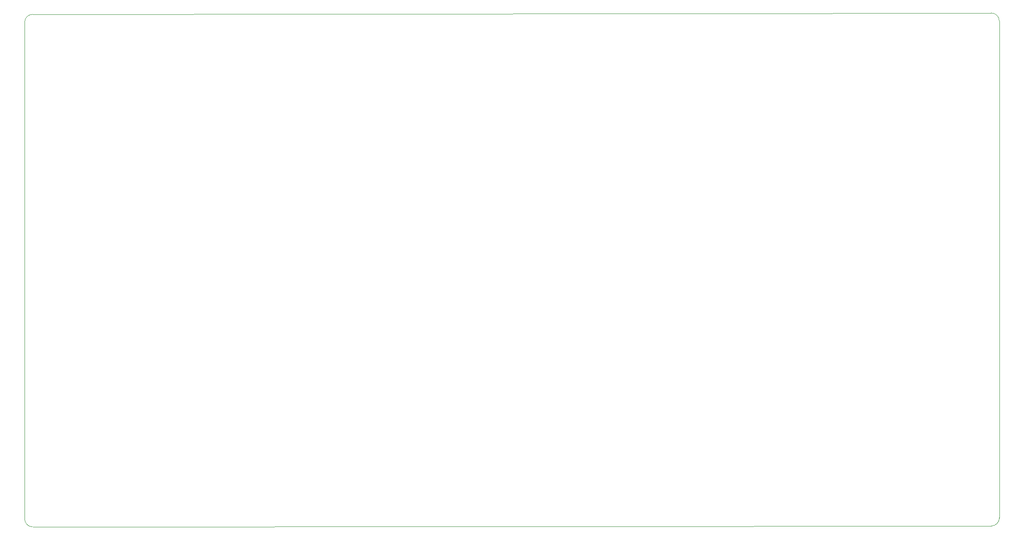
<source format=gbr>
%TF.GenerationSoftware,KiCad,Pcbnew,7.0.7*%
%TF.CreationDate,2024-09-30T16:59:32+02:00*%
%TF.ProjectId,control_motor_pcb,636f6e74-726f-46c5-9f6d-6f746f725f70,rev?*%
%TF.SameCoordinates,Original*%
%TF.FileFunction,Profile,NP*%
%FSLAX46Y46*%
G04 Gerber Fmt 4.6, Leading zero omitted, Abs format (unit mm)*
G04 Created by KiCad (PCBNEW 7.0.7) date 2024-09-30 16:59:32*
%MOMM*%
%LPD*%
G01*
G04 APERTURE LIST*
%TA.AperFunction,Profile*%
%ADD10C,0.100000*%
%TD*%
G04 APERTURE END LIST*
D10*
X242097103Y-143381979D02*
G75*
G03*
X243700000Y-141750000I1097J1602079D01*
G01*
X50352494Y-41013918D02*
G75*
G03*
X48749598Y-42645937I-1094J-1602082D01*
G01*
X243681946Y-42352897D02*
X243700000Y-141750000D01*
X48757861Y-141965035D02*
X48749597Y-42645937D01*
X242097103Y-143381946D02*
X50389807Y-143567932D01*
X243681979Y-42352897D02*
G75*
G03*
X242050000Y-40750000I-1602079J1097D01*
G01*
X50352494Y-41013991D02*
X242050000Y-40750000D01*
X48757889Y-141965035D02*
G75*
G03*
X50389807Y-143567932I1602011J-1165D01*
G01*
M02*

</source>
